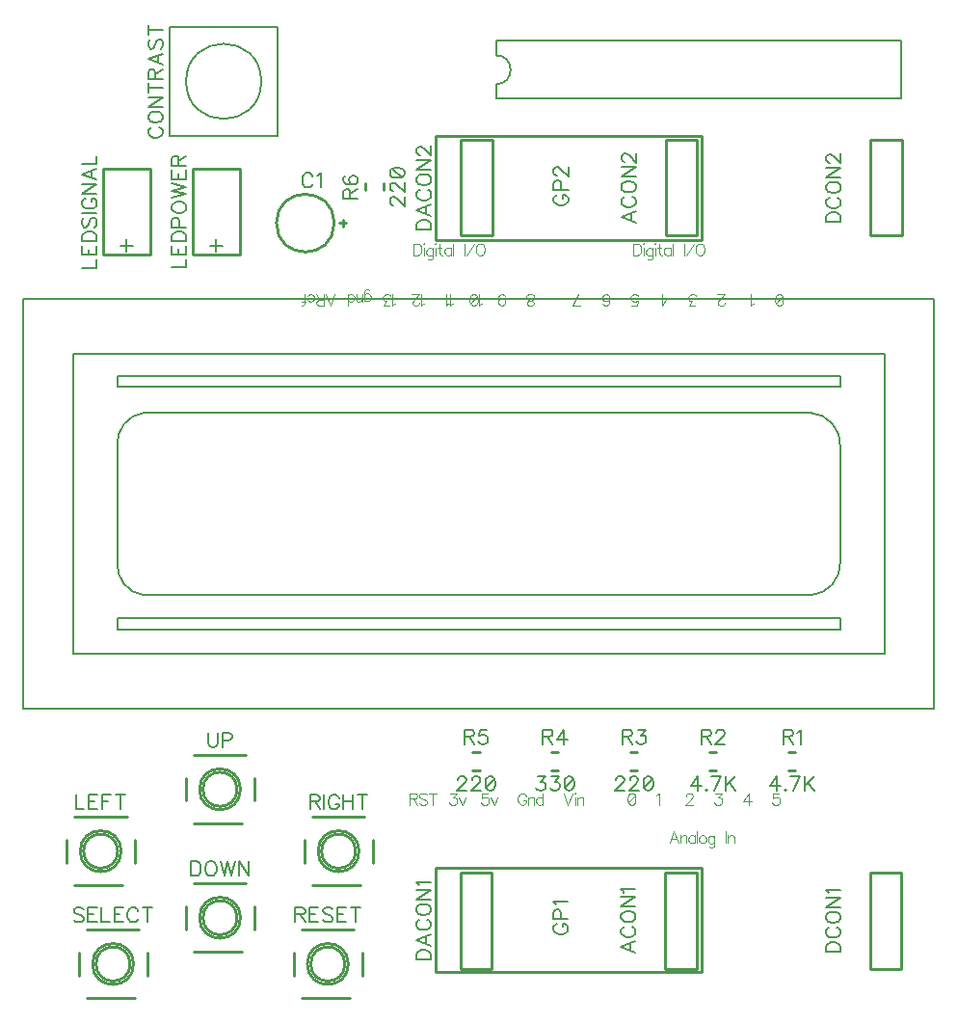
<source format=gbr>
G04 DipTrace 3.3.1.3*
G04 TopSilk.gbr*
%MOIN*%
G04 #@! TF.FileFunction,Legend,Top*
G04 #@! TF.Part,Single*
%ADD10C,0.009843*%
%ADD16C,0.01*%
%ADD24C,0.006*%
%ADD26C,0.005*%
%ADD58C,0.00772*%
%ADD60C,0.003281*%
%FSLAX26Y26*%
G04*
G70*
G90*
G75*
G01*
G04 TopSilk*
%LPD*%
X2647086Y887165D2*
D10*
X2538818D1*
Y556456D1*
X2647086D1*
Y887165D1*
X2648424Y3420944D2*
X2540157D1*
Y3090235D1*
X2648424D1*
Y3420944D1*
X1423581Y3145520D2*
Y3121880D1*
X1435400Y3133700D2*
X1411787D1*
X1193706D2*
G02X1193706Y3133700I99965J0D01*
G01*
X1938818Y887165D2*
X1830550D1*
Y556456D1*
X1938818D1*
Y887165D1*
X1940157Y3420944D2*
X1831889D1*
Y3090235D1*
X1940157D1*
Y3420944D1*
X3355354Y887165D2*
X3247086D1*
Y556456D1*
X3355354D1*
Y887165D1*
X3356692Y3420944D2*
X3248424D1*
Y3090235D1*
X3356692D1*
Y3420944D1*
X904960Y3025275D2*
X1066377D1*
Y3320550D1*
X904960D1*
Y3025275D1*
X594960D2*
X756377D1*
Y3320550D1*
X594960D1*
Y3025275D1*
X2965385Y1242235D2*
X2988944D1*
X2965385Y1305165D2*
X2988944D1*
X2692157Y1242235D2*
X2715716D1*
X2692157Y1305165D2*
X2715716D1*
X2418928Y1242235D2*
X2442487D1*
X2418928Y1305165D2*
X2442487D1*
X2145700Y1242235D2*
X2169259D1*
X2145700Y1305165D2*
X2169259D1*
X1872472Y1242235D2*
X1896031D1*
X1872472Y1305165D2*
X1896031D1*
X1502235Y3270361D2*
Y3246802D1*
X1565165Y3270361D2*
Y3246802D1*
X1953700Y3613702D2*
D24*
Y3563704D1*
Y3713698D2*
G02X1953700Y3613702I-18J-49998D01*
G01*
X3353700Y3563704D2*
Y3763696D1*
X1953700D2*
Y3713698D1*
Y3763696D2*
X3353700D1*
X1958740Y3563704D2*
X3353700D1*
X319054Y1455275D2*
D26*
X3468661D1*
Y2872598D1*
X319054D1*
Y1455275D1*
X490393Y2681684D2*
X3297322D1*
Y1646188D1*
X490393D1*
Y2681684D1*
X643779Y2606283D2*
X3143936D1*
Y2566881D1*
X643779D1*
Y2606283D1*
Y1728960D2*
X3143936D1*
Y1768220D1*
X643779D1*
Y1728960D1*
X737007Y2478157D2*
G03X643779Y2360094I12112J-105405D01*
G01*
Y1965086D1*
G03X737007Y1847023I105575J-12473D01*
G01*
X3040314D1*
G03X3143936Y1965086I-7282J110897D01*
G01*
Y2360094D1*
G03X3040314Y2478157I-110904J7166D01*
G01*
X737007D1*
X1198700Y3436200D2*
Y3811200D1*
X823700D1*
Y3436200D1*
X1198700D1*
X881188Y3623700D2*
G02X881188Y3623700I130012J0D01*
G01*
X514885Y962283D2*
D10*
G02X514885Y962283I70862J0D01*
G01*
X676302Y1080400D2*
X495192D1*
X467622Y1001680D2*
Y922910D1*
X495192Y844165D2*
X660548D1*
X703872Y922910D2*
Y1001680D1*
X526701Y962295D2*
G02X526701Y962295I59046J0D01*
G01*
X1337720Y962283D2*
G02X1337720Y962283I70862J0D01*
G01*
X1499137Y1080400D2*
X1318027D1*
X1290457Y1001680D2*
Y922910D1*
X1318027Y844165D2*
X1483383D1*
X1526707Y922910D2*
Y1001680D1*
X1349535Y962295D2*
G02X1349535Y962295I59046J0D01*
G01*
X927720Y1176377D2*
G02X927720Y1176377I70862J0D01*
G01*
X1089137Y1294494D2*
X908027D1*
X880457Y1215774D2*
Y1137005D1*
X908027Y1058260D2*
X1073383D1*
X1116707Y1137005D2*
Y1215774D1*
X939535Y1176389D2*
G02X939535Y1176389I59046J0D01*
G01*
X927720Y732283D2*
G02X927720Y732283I70862J0D01*
G01*
X1089137Y850400D2*
X908027D1*
X880457Y771680D2*
Y692910D1*
X908027Y614165D2*
X1073383D1*
X1116707Y692910D2*
Y771680D1*
X939535Y732295D2*
G02X939535Y732295I59046J0D01*
G01*
X557720Y572283D2*
G02X557720Y572283I70862J0D01*
G01*
X719137Y690400D2*
X538027D1*
X510457Y611680D2*
Y532910D1*
X538027Y454165D2*
X703383D1*
X746707Y532910D2*
Y611680D1*
X569535Y572295D2*
G02X569535Y572295I59046J0D01*
G01*
X1300554Y572283D2*
G02X1300554Y572283I70862J0D01*
G01*
X1461972Y690400D2*
X1280861D1*
X1253291Y611680D2*
Y532910D1*
X1280861Y454165D2*
X1446217D1*
X1489542Y532910D2*
Y611680D1*
X1312370Y572295D2*
G02X1312370Y572295I59046J0D01*
G01*
X1743700Y3433700D2*
D16*
X2663700D1*
Y3073700D1*
X1743700D1*
Y3433700D1*
Y903700D2*
X2663700D1*
Y543700D1*
X1743700D1*
Y903700D1*
X2435835Y650281D2*
D58*
X2385595Y631103D1*
X2435835Y611979D1*
X2419088Y619164D2*
Y643096D1*
X2397533Y701590D2*
X2392780Y699214D1*
X2387972Y694405D1*
X2385595Y689652D1*
Y680090D1*
X2387972Y675282D1*
X2392780Y670529D1*
X2397533Y668097D1*
X2404718Y665720D1*
X2416712D1*
X2423842Y668097D1*
X2428650Y670529D1*
X2433403Y675282D1*
X2435835Y680090D1*
Y689652D1*
X2433403Y694405D1*
X2428650Y699214D1*
X2423842Y701590D1*
X2385595Y731400D2*
X2387972Y726591D1*
X2392780Y721838D1*
X2397533Y719406D1*
X2404718Y717029D1*
X2416712D1*
X2423842Y719406D1*
X2428650Y721838D1*
X2433403Y726591D1*
X2435835Y731400D1*
Y740961D1*
X2433403Y745714D1*
X2428650Y750523D1*
X2423842Y752899D1*
X2416712Y755276D1*
X2404718D1*
X2397533Y752899D1*
X2392780Y750523D1*
X2387972Y745714D1*
X2385595Y740961D1*
Y731400D1*
Y804209D2*
X2435835D1*
X2385595Y770715D1*
X2435835D1*
X2395212Y819648D2*
X2392780Y824456D1*
X2385650Y831641D1*
X2435835D1*
X2437174Y3173311D2*
X2386934Y3154132D1*
X2437174Y3135009D1*
X2420427Y3142194D2*
Y3166126D1*
X2398872Y3224620D2*
X2394119Y3222243D1*
X2389310Y3217435D1*
X2386934Y3212682D1*
Y3203120D1*
X2389310Y3198312D1*
X2394119Y3193558D1*
X2398872Y3191127D1*
X2406057Y3188750D1*
X2418050D1*
X2425180Y3191126D1*
X2429989Y3193558D1*
X2434742Y3198311D1*
X2437174Y3203120D1*
Y3212682D1*
X2434742Y3217435D1*
X2429989Y3222243D1*
X2425180Y3224620D1*
X2386934Y3254429D2*
X2389310Y3249621D1*
X2394119Y3244868D1*
X2398872Y3242436D1*
X2406057Y3240059D1*
X2418050D1*
X2425180Y3242436D1*
X2429989Y3244867D1*
X2434742Y3249621D1*
X2437174Y3254429D1*
Y3263991D1*
X2434742Y3268744D1*
X2429989Y3273552D1*
X2425180Y3275929D1*
X2418050Y3278306D1*
X2406057D1*
X2398872Y3275929D1*
X2394119Y3273552D1*
X2389310Y3268744D1*
X2386934Y3263991D1*
Y3254429D1*
Y3327238D2*
X2437174D1*
X2386934Y3293745D1*
X2437174D1*
X2398927Y3345109D2*
X2396551D1*
X2391742Y3347486D1*
X2389366Y3349862D1*
X2386989Y3354671D1*
Y3364233D1*
X2389366Y3368986D1*
X2391742Y3371362D1*
X2396551Y3373794D1*
X2401304D1*
X2406112Y3371362D1*
X2413242Y3366609D1*
X2437174Y3342677D1*
Y3376171D1*
X1318772Y3294985D2*
X1316395Y3299738D1*
X1311587Y3304546D1*
X1306833Y3306923D1*
X1297272D1*
X1292463Y3304546D1*
X1287710Y3299738D1*
X1285278Y3294985D1*
X1282902Y3287800D1*
Y3275806D1*
X1285278Y3268677D1*
X1287710Y3263868D1*
X1292463Y3259115D1*
X1297272Y3256683D1*
X1306833D1*
X1311587Y3259115D1*
X1316395Y3263868D1*
X1318772Y3268677D1*
X1334211Y3297306D2*
X1339019Y3299738D1*
X1346204Y3306868D1*
Y3256683D1*
X1677327Y587513D2*
X1727567D1*
Y604260D1*
X1725136Y611445D1*
X1720382Y616253D1*
X1715574Y618630D1*
X1708444Y621006D1*
X1696451D1*
X1689266Y618630D1*
X1684512Y616253D1*
X1679704Y611445D1*
X1677327Y604260D1*
Y587513D1*
X1727567Y674747D2*
X1677327Y655569D1*
X1727567Y636446D1*
X1710821Y643631D2*
Y667562D1*
X1689266Y726056D2*
X1684512Y723680D1*
X1679704Y718871D1*
X1677327Y714118D1*
Y704557D1*
X1679704Y699748D1*
X1684512Y694995D1*
X1689266Y692563D1*
X1696451Y690187D1*
X1708444D1*
X1715574Y692563D1*
X1720382Y694995D1*
X1725135Y699748D1*
X1727567Y704557D1*
Y714118D1*
X1725135Y718871D1*
X1720382Y723680D1*
X1715574Y726056D1*
X1677327Y755866D2*
X1679704Y751057D1*
X1684512Y746304D1*
X1689266Y743872D1*
X1696451Y741496D1*
X1708444D1*
X1715574Y743872D1*
X1720382Y746304D1*
X1725135Y751057D1*
X1727567Y755866D1*
Y765427D1*
X1725135Y770181D1*
X1720382Y774989D1*
X1715574Y777366D1*
X1708444Y779742D1*
X1696451D1*
X1689266Y777366D1*
X1684512Y774989D1*
X1679704Y770181D1*
X1677327Y765427D1*
Y755866D1*
Y828675D2*
X1727567D1*
X1677327Y795181D1*
X1727567D1*
X1686944Y844114D2*
X1684512Y848923D1*
X1677383Y856108D1*
X1727567D1*
X1678666Y3110543D2*
X1728906D1*
Y3127289D1*
X1726474Y3134474D1*
X1721721Y3139283D1*
X1716912Y3141659D1*
X1709783Y3144036D1*
X1697789D1*
X1690604Y3141659D1*
X1685851Y3139283D1*
X1681043Y3134474D1*
X1678666Y3127289D1*
Y3110543D1*
X1728906Y3197777D2*
X1678666Y3178598D1*
X1728906Y3159475D1*
X1712159Y3166660D2*
Y3190592D1*
X1690604Y3249086D2*
X1685851Y3246710D1*
X1681043Y3241901D1*
X1678666Y3237148D1*
Y3227586D1*
X1681043Y3222778D1*
X1685851Y3218025D1*
X1690604Y3215593D1*
X1697789Y3213216D1*
X1709783D1*
X1716912Y3215593D1*
X1721721Y3218025D1*
X1726474Y3222778D1*
X1728906Y3227586D1*
Y3237148D1*
X1726474Y3241901D1*
X1721721Y3246709D1*
X1716912Y3249086D1*
X1678666Y3278895D2*
X1681043Y3274087D1*
X1685851Y3269334D1*
X1690604Y3266902D1*
X1697789Y3264525D1*
X1709783D1*
X1716912Y3266902D1*
X1721721Y3269334D1*
X1726474Y3274087D1*
X1728906Y3278895D1*
Y3288457D1*
X1726474Y3293210D1*
X1721721Y3298019D1*
X1716912Y3300395D1*
X1709783Y3302772D1*
X1697789D1*
X1690604Y3300395D1*
X1685851Y3298019D1*
X1681043Y3293210D1*
X1678666Y3288457D1*
Y3278895D1*
Y3351704D2*
X1728906D1*
X1678666Y3318211D1*
X1728906D1*
X1690659Y3369576D2*
X1688283D1*
X1683474Y3371952D1*
X1681098Y3374329D1*
X1678721Y3379137D1*
Y3388699D1*
X1681098Y3393452D1*
X1683474Y3395829D1*
X1688283Y3398260D1*
X1693036D1*
X1697844Y3395829D1*
X1704974Y3391075D1*
X1728906Y3367144D1*
Y3400637D1*
X3093863Y614384D2*
X3144103D1*
Y631130D1*
X3141671Y638315D1*
X3136918Y643124D1*
X3132109Y645500D1*
X3124980Y647877D1*
X3112986D1*
X3105801Y645500D1*
X3101048Y643124D1*
X3096239Y638315D1*
X3093863Y631130D1*
Y614384D1*
X3105801Y699186D2*
X3101048Y696809D1*
X3096239Y692001D1*
X3093863Y687248D1*
Y677686D1*
X3096239Y672878D1*
X3101048Y668125D1*
X3105801Y665693D1*
X3112986Y663316D1*
X3124980D1*
X3132109Y665693D1*
X3136918Y668124D1*
X3141671Y672878D1*
X3144103Y677686D1*
Y687248D1*
X3141671Y692001D1*
X3136918Y696809D1*
X3132109Y699186D1*
X3093863Y728995D2*
X3096239Y724187D1*
X3101048Y719434D1*
X3105801Y717002D1*
X3112986Y714625D1*
X3124980D1*
X3132109Y717002D1*
X3136918Y719434D1*
X3141671Y724187D1*
X3144103Y728995D1*
Y738557D1*
X3141671Y743310D1*
X3136918Y748119D1*
X3132109Y750495D1*
X3124980Y752872D1*
X3112986D1*
X3105801Y750495D1*
X3101048Y748119D1*
X3096239Y743310D1*
X3093863Y738557D1*
Y728995D1*
Y801804D2*
X3144103D1*
X3093863Y768311D1*
X3144103D1*
X3103480Y817244D2*
X3101048Y822052D1*
X3093918Y829237D1*
X3144103D1*
X3095201Y3137413D2*
X3145441D1*
Y3154160D1*
X3143010Y3161345D1*
X3138256Y3166153D1*
X3133448Y3168530D1*
X3126318Y3170906D1*
X3114325D1*
X3107140Y3168530D1*
X3102386Y3166153D1*
X3097578Y3161345D1*
X3095201Y3154160D1*
Y3137413D1*
X3107140Y3222216D2*
X3102386Y3219839D1*
X3097578Y3215031D1*
X3095201Y3210277D1*
Y3200716D1*
X3097578Y3195907D1*
X3102386Y3191154D1*
X3107140Y3188722D1*
X3114325Y3186346D1*
X3126318D1*
X3133448Y3188722D1*
X3138256Y3191154D1*
X3143010Y3195907D1*
X3145441Y3200716D1*
Y3210277D1*
X3143010Y3215031D1*
X3138256Y3219839D1*
X3133448Y3222216D1*
X3095201Y3252025D2*
X3097578Y3247216D1*
X3102386Y3242463D1*
X3107140Y3240031D1*
X3114325Y3237655D1*
X3126318D1*
X3133448Y3240031D1*
X3138256Y3242463D1*
X3143010Y3247216D1*
X3145441Y3252025D1*
Y3261587D1*
X3143010Y3266340D1*
X3138256Y3271148D1*
X3133448Y3273525D1*
X3126318Y3275901D1*
X3114325D1*
X3107140Y3273525D1*
X3102386Y3271148D1*
X3097578Y3266340D1*
X3095201Y3261587D1*
Y3252025D1*
Y3324834D2*
X3145441D1*
X3095201Y3291341D1*
X3145441D1*
X3107195Y3342705D2*
X3104818D1*
X3100010Y3345082D1*
X3097633Y3347458D1*
X3095257Y3352267D1*
Y3361828D1*
X3097633Y3366581D1*
X3100010Y3368958D1*
X3104818Y3371390D1*
X3109571D1*
X3114380Y3368958D1*
X3121510Y3364205D1*
X3145441Y3340273D1*
Y3373766D1*
X831737Y2980176D2*
X881977D1*
Y3008861D1*
X831737Y3055362D2*
Y3024301D1*
X881977Y3024300D1*
Y3055362D1*
X855669Y3024301D2*
Y3043424D1*
X831737Y3070801D2*
X881977D1*
Y3087548D1*
X879545Y3094733D1*
X874792Y3099541D1*
X869983Y3101918D1*
X862854Y3104295D1*
X850860D1*
X843675Y3101918D1*
X838922Y3099541D1*
X834113Y3094733D1*
X831737Y3087548D1*
Y3070801D1*
X858045Y3119734D2*
Y3141289D1*
X855669Y3148419D1*
X853237Y3150851D1*
X848483Y3153227D1*
X841298D1*
X836545Y3150851D1*
X834113Y3148419D1*
X831737Y3141289D1*
Y3119734D1*
X881977D1*
X831737Y3183036D2*
X834113Y3178228D1*
X838922Y3173475D1*
X843675Y3171043D1*
X850860Y3168666D1*
X862854D1*
X869983Y3171043D1*
X874792Y3173475D1*
X879545Y3178228D1*
X881977Y3183036D1*
Y3192598D1*
X879545Y3197351D1*
X874792Y3202160D1*
X869983Y3204536D1*
X862854Y3206913D1*
X850860D1*
X843675Y3204536D1*
X838922Y3202160D1*
X834113Y3197351D1*
X831737Y3192598D1*
Y3183036D1*
Y3222352D2*
X881977Y3234346D1*
X831737Y3246284D1*
X881977Y3258222D1*
X831737Y3270216D1*
Y3316716D2*
Y3285655D1*
X881977D1*
Y3316716D1*
X855668Y3285655D2*
Y3304778D1*
Y3332156D2*
Y3353655D1*
X853237Y3360840D1*
X850860Y3363272D1*
X846107Y3365649D1*
X841298D1*
X836545Y3363272D1*
X834113Y3360840D1*
X831737Y3353655D1*
Y3332156D1*
X881977D1*
X855668Y3348902D2*
X881977Y3365649D1*
X521737Y2979614D2*
X571977D1*
Y3008299D1*
X521737Y3054800D2*
Y3023738D1*
X571977D1*
Y3054800D1*
X545669Y3023738D2*
Y3042862D1*
X521737Y3070239D2*
X571977D1*
Y3086986D1*
X569545Y3094171D1*
X564792Y3098979D1*
X559983Y3101356D1*
X552854Y3103732D1*
X540860D1*
X533675Y3101356D1*
X528922Y3098979D1*
X524113Y3094171D1*
X521737Y3086986D1*
Y3070239D1*
X528922Y3152665D2*
X524113Y3147912D1*
X521737Y3140727D1*
Y3131165D1*
X524113Y3123980D1*
X528922Y3119172D1*
X533675D1*
X538483Y3121603D1*
X540860Y3123980D1*
X543237Y3128733D1*
X548045Y3143103D1*
X550422Y3147912D1*
X552854Y3150288D1*
X557607Y3152665D1*
X564792D1*
X569545Y3147912D1*
X571977Y3140727D1*
Y3131165D1*
X569545Y3123980D1*
X564792Y3119172D1*
X521737Y3168104D2*
X571977D1*
X533675Y3219413D2*
X528922Y3217037D1*
X524113Y3212228D1*
X521737Y3207475D1*
Y3197913D1*
X524113Y3193105D1*
X528922Y3188352D1*
X533675Y3185920D1*
X540860Y3183543D1*
X552854D1*
X559983Y3185920D1*
X564792Y3188352D1*
X569545Y3193105D1*
X571977Y3197913D1*
Y3207475D1*
X569545Y3212228D1*
X564792Y3217037D1*
X559983Y3219413D1*
X552854D1*
Y3207475D1*
X521737Y3268346D2*
X571977D1*
X521737Y3234853D1*
X571977D1*
Y3322087D2*
X521737Y3302908D1*
X571977Y3283785D1*
X555230Y3290970D2*
Y3314902D1*
X521737Y3337526D2*
X571977D1*
Y3366211D1*
X2946702Y1358424D2*
X2968201D1*
X2975386Y1360856D1*
X2977818Y1363233D1*
X2980195Y1367986D1*
Y1372795D1*
X2977818Y1377548D1*
X2975386Y1379980D1*
X2968201Y1382356D1*
X2946702D1*
Y1332116D1*
X2963448Y1358424D2*
X2980195Y1332116D1*
X2995634Y1372739D2*
X3000443Y1375171D1*
X3007628Y1382301D1*
Y1332116D1*
X2924105Y1171068D2*
Y1221253D1*
X2900173Y1187815D1*
X2936043D1*
X2953859Y1175877D2*
X2951482Y1173445D1*
X2953859Y1171068D1*
X2956291Y1173445D1*
X2953859Y1175877D1*
X2981292Y1171068D2*
X3005223Y1221253D1*
X2971730D1*
X3020663Y1221308D2*
Y1171068D1*
X3054156Y1221308D2*
X3020663Y1187815D1*
X3032601Y1199808D2*
X3054156Y1171068D1*
X2662723Y1358424D2*
X2684223D1*
X2691408Y1360856D1*
X2693840Y1363233D1*
X2696217Y1367986D1*
Y1372795D1*
X2693840Y1377548D1*
X2691408Y1379980D1*
X2684223Y1382356D1*
X2662723D1*
Y1332116D1*
X2679470Y1358424D2*
X2696217Y1332116D1*
X2714088Y1370363D2*
Y1372739D1*
X2716464Y1377548D1*
X2718841Y1379924D1*
X2723649Y1382301D1*
X2733211D1*
X2737964Y1379924D1*
X2740341Y1377548D1*
X2742773Y1372739D1*
Y1367986D1*
X2740341Y1363178D1*
X2735588Y1356048D1*
X2711656Y1332116D1*
X2745149D1*
X2650877Y1171068D2*
Y1221253D1*
X2626945Y1187815D1*
X2662815D1*
X2680631Y1175877D2*
X2678254Y1173445D1*
X2680631Y1171068D1*
X2683062Y1173445D1*
X2680631Y1175877D1*
X2708063Y1171068D2*
X2731995Y1221253D1*
X2698502D1*
X2747434Y1221308D2*
Y1171068D1*
X2780928Y1221308D2*
X2747434Y1187815D1*
X2759372Y1199808D2*
X2780928Y1171068D1*
X2389495Y1358424D2*
X2410995D1*
X2418180Y1360856D1*
X2420612Y1363233D1*
X2422988Y1367986D1*
Y1372795D1*
X2420612Y1377548D1*
X2418180Y1379980D1*
X2410995Y1382356D1*
X2389495D1*
Y1332116D1*
X2406242Y1358424D2*
X2422988Y1332116D1*
X2443236Y1382301D2*
X2469489D1*
X2455174Y1363178D1*
X2462359D1*
X2467112Y1360801D1*
X2469489Y1358424D1*
X2471921Y1351239D1*
Y1346486D1*
X2469489Y1339301D1*
X2464736Y1334493D1*
X2457551Y1332116D1*
X2450366D1*
X2443236Y1334493D1*
X2440859Y1336925D1*
X2438427Y1341678D1*
X2367460Y1209315D2*
Y1211691D1*
X2369837Y1216500D1*
X2372214Y1218876D1*
X2377022Y1221253D1*
X2386584D1*
X2391337Y1218876D1*
X2393714Y1216500D1*
X2396145Y1211691D1*
Y1206938D1*
X2393714Y1202130D1*
X2388960Y1195000D1*
X2365029Y1171068D1*
X2398522D1*
X2416393Y1209315D2*
Y1211691D1*
X2418770Y1216500D1*
X2421146Y1218876D1*
X2425955Y1221253D1*
X2435516D1*
X2440270Y1218876D1*
X2442646Y1216500D1*
X2445078Y1211691D1*
Y1206938D1*
X2442646Y1202130D1*
X2437893Y1195000D1*
X2413961Y1171068D1*
X2447455D1*
X2477264Y1221253D2*
X2470079Y1218876D1*
X2465270Y1211691D1*
X2462894Y1199753D1*
Y1192568D1*
X2465270Y1180630D1*
X2470079Y1173445D1*
X2477264Y1171068D1*
X2482017D1*
X2489202Y1173445D1*
X2493955Y1180630D1*
X2496387Y1192568D1*
Y1199753D1*
X2493955Y1211691D1*
X2489202Y1218876D1*
X2482017Y1221253D1*
X2477264D1*
X2493955Y1211691D2*
X2465270Y1180630D1*
X2115078Y1358424D2*
X2136578D1*
X2143763Y1360856D1*
X2146195Y1363233D1*
X2148572Y1367986D1*
Y1372795D1*
X2146195Y1377548D1*
X2143763Y1379980D1*
X2136578Y1382356D1*
X2115078D1*
Y1332116D1*
X2131825Y1358424D2*
X2148572Y1332116D1*
X2187943D2*
Y1382301D1*
X2164011Y1348863D1*
X2199881D1*
X2096609Y1221253D2*
X2122862D1*
X2108547Y1202130D1*
X2115732D1*
X2120485Y1199753D1*
X2122862Y1197377D1*
X2125294Y1190191D1*
Y1185438D1*
X2122862Y1178253D1*
X2118109Y1173445D1*
X2110924Y1171068D1*
X2103738D1*
X2096609Y1173445D1*
X2094232Y1175877D1*
X2091800Y1180630D1*
X2145541Y1221253D2*
X2171794D1*
X2157480Y1202130D1*
X2164665D1*
X2169418Y1199753D1*
X2171794Y1197377D1*
X2174226Y1190191D1*
Y1185438D1*
X2171794Y1178253D1*
X2167041Y1173445D1*
X2159856Y1171068D1*
X2152671D1*
X2145541Y1173445D1*
X2143165Y1175877D1*
X2140733Y1180630D1*
X2204036Y1221253D2*
X2196850Y1218876D1*
X2192042Y1211691D1*
X2189665Y1199753D1*
Y1192568D1*
X2192042Y1180630D1*
X2196850Y1173445D1*
X2204036Y1171068D1*
X2208789D1*
X2215974Y1173445D1*
X2220727Y1180630D1*
X2223159Y1192568D1*
Y1199753D1*
X2220727Y1211691D1*
X2215974Y1218876D1*
X2208789Y1221253D1*
X2204036D1*
X2220727Y1211691D2*
X2192042Y1180630D1*
X1843038Y1358424D2*
X1864538D1*
X1871723Y1360856D1*
X1874155Y1363233D1*
X1876532Y1367986D1*
Y1372795D1*
X1874155Y1377548D1*
X1871723Y1379980D1*
X1864538Y1382356D1*
X1843038D1*
Y1332116D1*
X1859785Y1358424D2*
X1876532Y1332116D1*
X1920656Y1382301D2*
X1896779D1*
X1894403Y1360801D1*
X1896779Y1363178D1*
X1903964Y1365609D1*
X1911094D1*
X1918279Y1363178D1*
X1923088Y1358424D1*
X1925464Y1351239D1*
Y1346486D1*
X1923088Y1339301D1*
X1918279Y1334493D1*
X1911094Y1332116D1*
X1903964D1*
X1896779Y1334493D1*
X1894403Y1336925D1*
X1891971Y1341678D1*
X1821004Y1209315D2*
Y1211691D1*
X1823380Y1216500D1*
X1825757Y1218876D1*
X1830565Y1221253D1*
X1840127D1*
X1844880Y1218876D1*
X1847257Y1216500D1*
X1849689Y1211691D1*
Y1206938D1*
X1847257Y1202130D1*
X1842504Y1195000D1*
X1818572Y1171068D1*
X1852065D1*
X1869936Y1209315D2*
Y1211691D1*
X1872313Y1216500D1*
X1874690Y1218876D1*
X1879498Y1221253D1*
X1889060D1*
X1893813Y1218876D1*
X1896189Y1216500D1*
X1898621Y1211691D1*
Y1206938D1*
X1896189Y1202130D1*
X1891436Y1195000D1*
X1867505Y1171068D1*
X1900998D1*
X1930807Y1221253D2*
X1923622Y1218876D1*
X1918814Y1211691D1*
X1916437Y1199753D1*
Y1192568D1*
X1918814Y1180630D1*
X1923622Y1173445D1*
X1930807Y1171068D1*
X1935560D1*
X1942745Y1173445D1*
X1947499Y1180630D1*
X1949930Y1192568D1*
Y1199753D1*
X1947499Y1211691D1*
X1942745Y1218876D1*
X1935560Y1221253D1*
X1930807D1*
X1947499Y1211691D2*
X1918814Y1180630D1*
X1448976Y3218585D2*
Y3240085D1*
X1446544Y3247270D1*
X1444167Y3249702D1*
X1439414Y3252078D1*
X1434606D1*
X1429852Y3249702D1*
X1427420Y3247270D1*
X1425044Y3240085D1*
Y3218585D1*
X1475284D1*
X1448976Y3235332D2*
X1475284Y3252078D1*
X1432229Y3296202D2*
X1427476Y3293826D1*
X1425099Y3286641D1*
Y3281888D1*
X1427476Y3274703D1*
X1434661Y3269894D1*
X1446599Y3267518D1*
X1458537Y3267517D1*
X1468099Y3269894D1*
X1472907Y3274702D1*
X1475284Y3281888D1*
Y3284264D1*
X1472907Y3291394D1*
X1468099Y3296202D1*
X1460914Y3298579D1*
X1458537D1*
X1451352Y3296202D1*
X1446599Y3291394D1*
X1444222Y3284264D1*
Y3281888D1*
X1446599Y3274703D1*
X1451352Y3269894D1*
X1458537Y3267517D1*
X1598085Y3195335D2*
X1595709D1*
X1590900Y3197711D1*
X1588524Y3200088D1*
X1586147Y3204896D1*
Y3214458D1*
X1588524Y3219211D1*
X1590900Y3221588D1*
X1595709Y3224019D1*
X1600462D1*
X1605270Y3221588D1*
X1612400Y3216834D1*
X1636332Y3192903D1*
Y3226396D1*
X1598085Y3244267D2*
X1595709D1*
X1590900Y3246644D1*
X1588524Y3249020D1*
X1586147Y3253829D1*
Y3263390D1*
X1588524Y3268144D1*
X1590900Y3270520D1*
X1595709Y3272952D1*
X1600462D1*
X1605270Y3270520D1*
X1612400Y3265767D1*
X1636332Y3241835D1*
Y3275329D1*
X1586147Y3305138D2*
X1588524Y3297953D1*
X1595709Y3293144D1*
X1607647Y3290768D1*
X1614832D1*
X1626770Y3293144D1*
X1633955Y3297953D1*
X1636332Y3305138D1*
Y3309891D1*
X1633955Y3317076D1*
X1626770Y3321829D1*
X1614832Y3324261D1*
X1607647D1*
X1595709Y3321829D1*
X1588524Y3317076D1*
X1586147Y3309891D1*
Y3305138D1*
X1595709Y3321829D2*
X1626770Y3293144D1*
X762415Y3465590D2*
X757662Y3463214D1*
X752854Y3458405D1*
X750477Y3453652D1*
Y3444090D1*
X752854Y3439282D1*
X757662Y3434529D1*
X762415Y3432097D1*
X769600Y3429720D1*
X781594D1*
X788723Y3432097D1*
X793532Y3434529D1*
X798285Y3439282D1*
X800717Y3444090D1*
Y3453652D1*
X798285Y3458405D1*
X793532Y3463214D1*
X788724Y3465590D1*
X750477Y3495399D2*
X752854Y3490591D1*
X757662Y3485838D1*
X762415Y3483406D1*
X769600Y3481029D1*
X781594D1*
X788723Y3483406D1*
X793532Y3485838D1*
X798285Y3490591D1*
X800717Y3495399D1*
Y3504961D1*
X798285Y3509714D1*
X793532Y3514523D1*
X788723Y3516899D1*
X781594Y3519276D1*
X769600D1*
X762415Y3516899D1*
X757662Y3514523D1*
X752854Y3509714D1*
X750477Y3504961D1*
Y3495399D1*
Y3568208D2*
X800717D1*
X750477Y3534715D1*
X800717D1*
X750477Y3600394D2*
X800717D1*
X750477Y3583648D2*
Y3617141D1*
X774409Y3632580D2*
Y3654080D1*
X771977Y3661265D1*
X769600Y3663697D1*
X764847Y3666074D1*
X760039D1*
X755285Y3663697D1*
X752854Y3661265D1*
X750477Y3654080D1*
Y3632580D1*
X800717D1*
X774409Y3649327D2*
X800717Y3666074D1*
Y3719815D2*
X750477Y3700636D1*
X800717Y3681513D1*
X783970Y3688698D2*
Y3712630D1*
X757662Y3768747D2*
X752854Y3763994D1*
X750477Y3756809D1*
Y3747247D1*
X752854Y3740062D1*
X757662Y3735254D1*
X762415D1*
X767224Y3737686D1*
X769600Y3740062D1*
X771977Y3744816D1*
X776785Y3759186D1*
X779162Y3763994D1*
X781594Y3766371D1*
X786347Y3768747D1*
X793532D1*
X798285Y3763994D1*
X800717Y3756809D1*
Y3747247D1*
X798285Y3740062D1*
X793532Y3735254D1*
X750477Y3800933D2*
X800717D1*
X750477Y3784186D2*
Y3817680D1*
X500410Y1157553D2*
Y1107313D1*
X529095D1*
X575596Y1157553D2*
X544534D1*
Y1107313D1*
X575596D1*
X544534Y1133621D2*
X563658D1*
X622152Y1157553D2*
X591035D1*
Y1107313D1*
Y1133621D2*
X610158D1*
X654338Y1157553D2*
Y1107313D1*
X637591Y1157553D2*
X671084D1*
X1309528Y1133621D2*
X1331028D1*
X1338213Y1136053D1*
X1340645Y1138430D1*
X1343022Y1143183D1*
Y1147991D1*
X1340645Y1152745D1*
X1338213Y1155176D1*
X1331028Y1157553D1*
X1309528D1*
Y1107313D1*
X1326275Y1133621D2*
X1343022Y1107313D1*
X1358461Y1157553D2*
Y1107313D1*
X1409770Y1145615D2*
X1407394Y1150368D1*
X1402585Y1155176D1*
X1397832Y1157553D1*
X1388270D1*
X1383462Y1155176D1*
X1378709Y1150368D1*
X1376277Y1145615D1*
X1373900Y1138430D1*
Y1126436D1*
X1376277Y1119306D1*
X1378709Y1114498D1*
X1383462Y1109745D1*
X1388270Y1107313D1*
X1397832D1*
X1402585Y1109745D1*
X1407394Y1114498D1*
X1409770Y1119306D1*
Y1126436D1*
X1397832D1*
X1425209Y1157553D2*
Y1107313D1*
X1458703Y1157553D2*
Y1107313D1*
X1425209Y1133621D2*
X1458703D1*
X1490889Y1157553D2*
Y1107313D1*
X1474142Y1157553D2*
X1507635D1*
X957369Y1371647D2*
Y1335778D1*
X959746Y1328593D1*
X964554Y1323839D1*
X971739Y1321407D1*
X976492D1*
X983677Y1323839D1*
X988486Y1328593D1*
X990862Y1335778D1*
Y1371647D1*
X1006302Y1345339D2*
X1027857D1*
X1034986Y1347716D1*
X1037418Y1350148D1*
X1039795Y1354901D1*
Y1362086D1*
X1037418Y1366839D1*
X1034986Y1369271D1*
X1027857Y1371647D1*
X1006302D1*
Y1321407D1*
X898875Y927553D2*
Y877313D1*
X915621D1*
X922806Y879745D1*
X927615Y884498D1*
X929991Y889306D1*
X932368Y896436D1*
Y908430D1*
X929991Y915615D1*
X927615Y920368D1*
X922806Y925176D1*
X915621Y927553D1*
X898875D1*
X962177D2*
X957369Y925176D1*
X952616Y920368D1*
X950184Y915615D1*
X947807Y908430D1*
Y896436D1*
X950184Y889306D1*
X952616Y884498D1*
X957369Y879745D1*
X962177Y877313D1*
X971739D1*
X976492Y879745D1*
X981301Y884498D1*
X983677Y889306D1*
X986054Y896436D1*
Y908430D1*
X983677Y915615D1*
X981301Y920368D1*
X976492Y925176D1*
X971739Y927553D1*
X962177D1*
X1001493D2*
X1013487Y877313D1*
X1025425Y927553D1*
X1037363Y877313D1*
X1049356Y927553D1*
X1098289D2*
Y877313D1*
X1064796Y927553D1*
Y877313D1*
X526645Y760368D2*
X521892Y765176D1*
X514707Y767553D1*
X505145D1*
X497960Y765176D1*
X493152Y760368D1*
Y755615D1*
X495583Y750806D1*
X497960Y748430D1*
X502713Y746053D1*
X517083Y741245D1*
X521892Y738868D1*
X524268Y736436D1*
X526645Y731683D1*
Y724498D1*
X521892Y719745D1*
X514707Y717313D1*
X505145D1*
X497960Y719745D1*
X493152Y724498D1*
X573146Y767553D2*
X542084D1*
Y717313D1*
X573146D1*
X542084Y743621D2*
X561207D1*
X588585Y767553D2*
Y717313D1*
X617270D1*
X663770Y767553D2*
X632709D1*
Y717313D1*
X663770D1*
X632709Y743621D2*
X651832D1*
X715080Y755615D2*
X712703Y760368D1*
X707895Y765176D1*
X703141Y767553D1*
X693580D1*
X688771Y765176D1*
X684018Y760368D1*
X681586Y755615D1*
X679210Y748430D1*
Y736436D1*
X681586Y729306D1*
X684018Y724498D1*
X688771Y719745D1*
X693580Y717313D1*
X703141D1*
X707895Y719745D1*
X712703Y724498D1*
X715080Y729306D1*
X747266Y767553D2*
Y717313D1*
X730519Y767553D2*
X764012D1*
X1259237Y743621D2*
X1280736D1*
X1287921Y746053D1*
X1290353Y748430D1*
X1292730Y753183D1*
Y757991D1*
X1290353Y762745D1*
X1287921Y765176D1*
X1280736Y767553D1*
X1259237D1*
Y717313D1*
X1275983Y743621D2*
X1292730Y717313D1*
X1339231Y767553D2*
X1308169D1*
Y717313D1*
X1339231D1*
X1308169Y743621D2*
X1327292D1*
X1388163Y760368D2*
X1383410Y765176D1*
X1376225Y767553D1*
X1366663D1*
X1359478Y765176D1*
X1354670Y760368D1*
Y755615D1*
X1357102Y750806D1*
X1359478Y748430D1*
X1364231Y746053D1*
X1378602Y741245D1*
X1383410Y738868D1*
X1385787Y736436D1*
X1388163Y731683D1*
Y724498D1*
X1383410Y719745D1*
X1376225Y717313D1*
X1366663D1*
X1359478Y719745D1*
X1354670Y724498D1*
X1434664Y767553D2*
X1403602D1*
Y717313D1*
X1434664D1*
X1403602Y743621D2*
X1422726D1*
X1466850Y767553D2*
Y717313D1*
X1450103Y767553D2*
X1483597D1*
X985200Y3076981D2*
Y3033926D1*
X963700Y3055426D2*
X1006755D1*
X675200Y3076981D2*
Y3033926D1*
X653700Y3055426D2*
X696755D1*
X2163624Y712221D2*
X2158871Y709845D1*
X2154062Y705036D1*
X2151685Y700283D1*
Y690722D1*
X2154062Y685913D1*
X2158870Y681160D1*
X2163624Y678728D1*
X2170809Y676351D1*
X2182802D1*
X2189932Y678728D1*
X2194740Y681160D1*
X2199494Y685913D1*
X2201925Y690721D1*
X2201926Y700283D1*
X2199494Y705036D1*
X2194740Y709845D1*
X2189932Y712221D1*
X2182802D1*
Y700283D1*
X2177994Y727661D2*
Y749216D1*
X2175617Y756345D1*
X2173185Y758777D1*
X2168432Y761154D1*
X2161247D1*
X2156494Y758777D1*
X2154062Y756345D1*
X2151685Y749216D1*
Y727661D1*
X2201925Y727660D1*
X2161302Y776593D2*
X2158871Y781402D1*
X2151741Y788587D1*
X2201925D1*
X2164374Y3231471D2*
X2159620Y3229095D1*
X2154812Y3224286D1*
X2152435Y3219533D1*
Y3209972D1*
X2154812Y3205163D1*
X2159620Y3200410D1*
X2164374Y3197978D1*
X2171559Y3195602D1*
X2183552D1*
X2190682Y3197978D1*
X2195490Y3200410D1*
X2200244Y3205163D1*
X2202675Y3209972D1*
Y3219533D1*
X2200244Y3224286D1*
X2195490Y3229095D1*
X2190682Y3231471D1*
X2183552D1*
Y3219533D1*
X2178744Y3246911D2*
Y3268466D1*
X2176367Y3275595D1*
X2173935Y3278027D1*
X2169182Y3280404D1*
X2161997D1*
X2157244Y3278027D1*
X2154812Y3275595D1*
X2152435Y3268466D1*
Y3246911D1*
X2202675D1*
X2164429Y3298275D2*
X2162052D1*
X2157244Y3300652D1*
X2154867Y3303028D1*
X2152491Y3307837D1*
Y3317398D1*
X2154867Y3322151D1*
X2157244Y3324528D1*
X2162052Y3326960D1*
X2166805D1*
X2171614Y3324528D1*
X2178744Y3319775D1*
X2202675Y3295843D1*
Y3329336D1*
X1653325Y1143333D2*
D60*
X1670525D1*
X1676273Y1145279D1*
X1678218Y1147180D1*
X1680119Y1150982D1*
Y1154829D1*
X1678218Y1158632D1*
X1676273Y1160577D1*
X1670525Y1162478D1*
X1653325D1*
Y1122286D1*
X1666722Y1143333D2*
X1680119Y1122286D1*
X1713476Y1156730D2*
X1709673Y1160577D1*
X1703925Y1162478D1*
X1696276D1*
X1690528Y1160577D1*
X1686681Y1156730D1*
Y1152928D1*
X1688627Y1149081D1*
X1690528Y1147180D1*
X1694330Y1145279D1*
X1705826Y1141432D1*
X1709673Y1139531D1*
X1711574Y1137585D1*
X1713476Y1133783D1*
Y1128034D1*
X1709673Y1124232D1*
X1703925Y1122286D1*
X1696276D1*
X1690528Y1124232D1*
X1686681Y1128034D1*
X1733435Y1162478D2*
Y1122286D1*
X1720037Y1162478D2*
X1746832D1*
X1795750Y1162434D2*
X1816753D1*
X1805301Y1147136D1*
X1811049D1*
X1814851Y1145234D1*
X1816753Y1143333D1*
X1818698Y1137585D1*
Y1133783D1*
X1816753Y1128034D1*
X1812950Y1124188D1*
X1807202Y1122286D1*
X1801454D1*
X1795750Y1124188D1*
X1793849Y1126133D1*
X1791903Y1129936D1*
X1825260Y1149081D2*
X1836756Y1122286D1*
X1848208Y1149081D1*
X1924943Y1162434D2*
X1905842D1*
X1903941Y1145234D1*
X1905842Y1147136D1*
X1911590Y1149081D1*
X1917294D1*
X1923042Y1147136D1*
X1926889Y1143333D1*
X1928790Y1137585D1*
Y1133783D1*
X1926889Y1128034D1*
X1923042Y1124188D1*
X1917294Y1122286D1*
X1911590D1*
X1905842Y1124188D1*
X1903941Y1126133D1*
X1901995Y1129936D1*
X1935352Y1149081D2*
X1946848Y1122286D1*
X1958300Y1149081D1*
X2057708Y1152928D2*
X2055806Y1156730D1*
X2051960Y1160577D1*
X2048157Y1162478D1*
X2040508D1*
X2036661Y1160577D1*
X2032859Y1156730D1*
X2030913Y1152928D1*
X2029012Y1147180D1*
Y1137585D1*
X2030913Y1131881D1*
X2032859Y1128034D1*
X2036661Y1124232D1*
X2040508Y1122286D1*
X2048157D1*
X2051960Y1124232D1*
X2055806Y1128034D1*
X2057708Y1131881D1*
Y1137585D1*
X2048157D1*
X2064269Y1149081D2*
Y1122286D1*
Y1141432D2*
X2070017Y1147180D1*
X2073864Y1149081D1*
X2079568D1*
X2083415Y1147180D1*
X2085316Y1141432D1*
Y1122286D1*
X2114826Y1162478D2*
Y1122286D1*
Y1143333D2*
X2111023Y1147180D1*
X2107176Y1149081D1*
X2101428D1*
X2097626Y1147180D1*
X2093779Y1143333D1*
X2091878Y1137585D1*
Y1133783D1*
X2093779Y1128034D1*
X2097626Y1124232D1*
X2101428Y1122286D1*
X2107176D1*
X2111023Y1124232D1*
X2114826Y1128034D1*
X2187028Y1162478D2*
X2202327Y1122286D1*
X2217626Y1162478D1*
X2224187D2*
X2226088Y1160577D1*
X2228034Y1162478D1*
X2226088Y1164424D1*
X2224187Y1162478D1*
X2226088Y1149081D2*
Y1122286D1*
X2234596Y1149081D2*
Y1122286D1*
Y1141432D2*
X2240344Y1147180D1*
X2244190Y1149081D1*
X2249894D1*
X2253741Y1147180D1*
X2255642Y1141432D1*
Y1122286D1*
X2584643Y990550D2*
X2569301Y1030742D1*
X2554002Y990550D1*
X2559750Y1003947D2*
X2578895D1*
X2591205Y1017344D2*
Y990550D1*
Y1009695D2*
X2596953Y1015443D1*
X2600800Y1017344D1*
X2606504D1*
X2610350Y1015443D1*
X2612252Y1009695D1*
Y990550D1*
X2641761Y1017344D2*
Y990550D1*
Y1011596D2*
X2637959Y1015443D1*
X2634112Y1017344D1*
X2628408D1*
X2624561Y1015443D1*
X2620759Y1011596D1*
X2618813Y1005848D1*
Y1002046D1*
X2620759Y996298D1*
X2624561Y992495D1*
X2628408Y990550D1*
X2634112D1*
X2637959Y992495D1*
X2641761Y996298D1*
X2648323Y1030742D2*
Y990550D1*
X2664435Y1017344D2*
X2660633Y1015443D1*
X2656786Y1011596D1*
X2654885Y1005848D1*
Y1002046D1*
X2656786Y996298D1*
X2660633Y992495D1*
X2664435Y990550D1*
X2670183D1*
X2674030Y992495D1*
X2677833Y996298D1*
X2679778Y1002046D1*
Y1005848D1*
X2677833Y1011596D1*
X2674030Y1015443D1*
X2670183Y1017344D1*
X2664435D1*
X2709288Y1015443D2*
Y984802D1*
X2707386Y979098D1*
X2705485Y977152D1*
X2701638Y975251D1*
X2695890D1*
X2692088Y977152D1*
X2709288Y1009695D2*
X2705485Y1013498D1*
X2701638Y1015443D1*
X2695890D1*
X2692088Y1013498D1*
X2688241Y1009695D1*
X2686340Y1003947D1*
Y1000100D1*
X2688241Y994396D1*
X2692088Y990550D1*
X2695890Y988648D1*
X2701638D1*
X2705485Y990550D1*
X2709288Y994396D1*
X2748940Y1030742D2*
Y990550D1*
X2755502Y1017344D2*
Y990550D1*
Y1009695D2*
X2761250Y1015443D1*
X2765097Y1017344D1*
X2770801D1*
X2774647Y1015443D1*
X2776549Y1009695D1*
Y990550D1*
X2420217Y1162434D2*
X2414469Y1160533D1*
X2410622Y1154785D1*
X2408721Y1145234D1*
Y1139486D1*
X2410622Y1129936D1*
X2414469Y1124188D1*
X2420217Y1122286D1*
X2424019D1*
X2429767Y1124188D1*
X2433570Y1129936D1*
X2435515Y1139486D1*
Y1145234D1*
X2433570Y1154785D1*
X2429767Y1160533D1*
X2424019Y1162434D1*
X2420217D1*
X2433570Y1154785D2*
X2410622Y1129936D1*
X2508759Y1154785D2*
X2512605Y1156730D1*
X2518353Y1162434D1*
Y1122286D1*
X2610742Y1152884D2*
Y1154785D1*
X2612643Y1158632D1*
X2614545Y1160533D1*
X2618391Y1162434D1*
X2626041D1*
X2629843Y1160533D1*
X2631744Y1158632D1*
X2633690Y1154785D1*
Y1150982D1*
X2631744Y1147136D1*
X2627942Y1141432D1*
X2608797Y1122286D1*
X2635591D1*
X2712346Y1162434D2*
X2733349D1*
X2721897Y1147136D1*
X2727645D1*
X2731447Y1145234D1*
X2733349Y1143333D1*
X2735294Y1137585D1*
Y1133783D1*
X2733349Y1128034D1*
X2729546Y1124188D1*
X2723798Y1122286D1*
X2718050D1*
X2712346Y1124188D1*
X2710445Y1126133D1*
X2708499Y1129936D1*
X2827850Y1122286D2*
Y1162434D1*
X2808705Y1135684D1*
X2837401D1*
X2931691Y1162434D2*
X2912590D1*
X2910689Y1145234D1*
X2912590Y1147136D1*
X2918338Y1149081D1*
X2924042D1*
X2929790Y1147136D1*
X2933636Y1143333D1*
X2935538Y1137585D1*
Y1133783D1*
X2933636Y1128034D1*
X2929790Y1124188D1*
X2924042Y1122286D1*
X2918338D1*
X2912590Y1124188D1*
X2910689Y1126133D1*
X2908743Y1129936D1*
X1364867Y2888221D2*
X1380210Y2848029D1*
X1395508Y2888221D1*
X1389760Y2874824D2*
X1370615D1*
X1358305Y2867174D2*
X1341105D1*
X1335357Y2865229D1*
X1333412Y2863328D1*
X1331510Y2859525D1*
Y2855678D1*
X1333412Y2851876D1*
X1335357Y2849930D1*
X1341105Y2848029D1*
X1358305D1*
Y2888221D1*
X1344908Y2867174D2*
X1331511Y2888221D1*
X1324949Y2872922D2*
X1302001D1*
Y2869076D1*
X1303902Y2865229D1*
X1305803Y2863328D1*
X1309650Y2861426D1*
X1315398D1*
X1319201Y2863328D1*
X1323048Y2867174D1*
X1324949Y2872922D1*
Y2876725D1*
X1323048Y2882473D1*
X1319201Y2886276D1*
X1315398Y2888221D1*
X1309650D1*
X1305803Y2886276D1*
X1302001Y2882473D1*
X1280141Y2848029D2*
X1283943D1*
X1287790Y2849930D1*
X1289691Y2855678D1*
Y2888221D1*
X1295439Y2861426D2*
X1282042D1*
X1497398Y2863328D2*
Y2893969D1*
X1499300Y2899673D1*
X1501201Y2901618D1*
X1505048Y2903520D1*
X1510796D1*
X1514598Y2901618D1*
X1497398Y2869076D2*
X1501201Y2865273D1*
X1505048Y2863328D1*
X1510796D1*
X1514598Y2865273D1*
X1518445Y2869076D1*
X1520346Y2874824D1*
Y2878670D1*
X1518445Y2884374D1*
X1514598Y2888221D1*
X1510796Y2890122D1*
X1505048D1*
X1501201Y2888221D1*
X1497398Y2884374D1*
X1490837Y2861426D2*
Y2888221D1*
Y2869076D2*
X1485089Y2863328D1*
X1481242Y2861426D1*
X1475538D1*
X1471691Y2863328D1*
X1469790Y2869076D1*
Y2888221D1*
X1440280Y2848029D2*
X1440281Y2888221D1*
Y2867174D2*
X1444083Y2863328D1*
X1447930Y2861426D1*
X1453678D1*
X1457480Y2863328D1*
X1461327Y2867174D1*
X1463228Y2872922D1*
Y2876725D1*
X1461327Y2882473D1*
X1457480Y2886276D1*
X1453678Y2888221D1*
X1447930D1*
X1444083Y2886276D1*
X1440281Y2882473D1*
X1605303Y2855723D2*
X1601456Y2853777D1*
X1595708Y2848073D1*
Y2888221D1*
X1585300Y2848073D2*
X1564298D1*
X1575749Y2863372D1*
X1570001D1*
X1566199Y2865273D1*
X1564298Y2867174D1*
X1562352Y2872922D1*
Y2876725D1*
X1564298Y2882473D1*
X1568100Y2886320D1*
X1573848Y2888221D1*
X1579596D1*
X1585300Y2886320D1*
X1587201Y2884374D1*
X1589147Y2880572D1*
X1705341Y2855723D2*
X1701494Y2853777D1*
X1695746Y2848073D1*
Y2888221D1*
X1687239Y2857624D2*
Y2855723D1*
X1685338Y2851876D1*
X1683437Y2849975D1*
X1679590Y2848073D1*
X1671941D1*
X1668138Y2849975D1*
X1666237Y2851876D1*
X1664291Y2855723D1*
Y2859525D1*
X1666237Y2863372D1*
X1670039Y2869076D1*
X1689185Y2888221D1*
X1662390D1*
X1805547Y2855723D2*
X1801700Y2853777D1*
X1795952Y2848073D1*
Y2888221D1*
X1789390Y2855723D2*
X1785543Y2853777D1*
X1779795Y2848073D1*
X1779796Y2888221D1*
X1905585Y2855723D2*
X1901738Y2853777D1*
X1895990Y2848073D1*
Y2888221D1*
X1877932Y2848073D2*
X1883680Y2849975D1*
X1887527Y2855723D1*
X1889428Y2865273D1*
Y2871021D1*
X1887527Y2880572D1*
X1883680Y2886320D1*
X1877932Y2888221D1*
X1874130D1*
X1868382Y2886320D1*
X1864579Y2880572D1*
X1862634Y2871021D1*
Y2865273D1*
X1864579Y2855723D1*
X1868382Y2849975D1*
X1874130Y2848073D1*
X1877932D1*
X1864579Y2855723D2*
X1887527Y2880572D1*
X1960621Y2861426D2*
X1962567Y2867174D1*
X1966369Y2871021D1*
X1972117Y2872922D1*
X1974019D1*
X1979767Y2871021D1*
X1983569Y2867174D1*
X1985515Y2861426D1*
Y2859525D1*
X1983569Y2853777D1*
X1979767Y2849975D1*
X1974019Y2848073D1*
X1972117D1*
X1966369Y2849975D1*
X1962567Y2853777D1*
X1960621Y2861426D1*
Y2871021D1*
X1962567Y2880572D1*
X1966369Y2886320D1*
X1972117Y2888221D1*
X1975920D1*
X1981668Y2886320D1*
X1983569Y2882473D1*
X2076002Y2848073D2*
X2081706Y2849975D1*
X2083651Y2853777D1*
Y2857624D1*
X2081706Y2861426D1*
X2077903Y2863372D1*
X2070254Y2865273D1*
X2064506Y2867174D1*
X2060703Y2871021D1*
X2058802Y2874824D1*
Y2880572D1*
X2060703Y2884374D1*
X2062605Y2886320D1*
X2068353Y2888221D1*
X2076002D1*
X2081706Y2886320D1*
X2083651Y2884374D1*
X2085553Y2880572D1*
Y2874824D1*
X2083651Y2871021D1*
X2079805Y2867174D1*
X2074101Y2865273D1*
X2066451Y2863372D1*
X2062605Y2861426D1*
X2060703Y2857624D1*
Y2853777D1*
X2062605Y2849975D1*
X2068353Y2848073D1*
X2076002D1*
X2237428Y2888221D2*
X2218283Y2848073D1*
X2245077D1*
X2322335Y2853777D2*
X2324236Y2849975D1*
X2329984Y2848073D1*
X2333787D1*
X2339535Y2849975D1*
X2343381Y2855723D1*
X2345283Y2865273D1*
Y2874824D1*
X2343381Y2882473D1*
X2339535Y2886320D1*
X2333787Y2888221D1*
X2331885D1*
X2326182Y2886320D1*
X2322335Y2882473D1*
X2320434Y2876725D1*
Y2874824D1*
X2322335Y2869076D1*
X2326182Y2865273D1*
X2331885Y2863372D1*
X2333787D1*
X2339535Y2865273D1*
X2343381Y2869076D1*
X2345283Y2874824D1*
X2422540Y2848073D2*
X2441642D1*
X2443543Y2865273D1*
X2441642Y2863372D1*
X2435894Y2861426D1*
X2430190D1*
X2424442Y2863372D1*
X2420595Y2867174D1*
X2418694Y2872923D1*
Y2876725D1*
X2420595Y2882473D1*
X2424442Y2886320D1*
X2430190Y2888221D1*
X2435894D1*
X2441642Y2886320D1*
X2443543Y2884374D1*
X2445488Y2880572D1*
X2526213Y2888221D2*
Y2848073D1*
X2545359Y2874824D1*
X2516663D1*
X2641718Y2848073D2*
X2620715D1*
X2632167Y2863372D1*
X2626419D1*
X2622616Y2865273D1*
X2620715Y2867174D1*
X2618770Y2872923D1*
Y2876725D1*
X2620715Y2882473D1*
X2624518Y2886320D1*
X2630266Y2888221D1*
X2636014D1*
X2641718Y2886320D1*
X2643619Y2884374D1*
X2645564Y2880572D1*
X2743657Y2857624D2*
Y2855723D1*
X2741756Y2851876D1*
X2739854Y2849975D1*
X2736008Y2848073D1*
X2728358D1*
X2724556Y2849975D1*
X2722654Y2851876D1*
X2720709Y2855723D1*
Y2859525D1*
X2722654Y2863372D1*
X2726457Y2869076D1*
X2745602Y2888221D1*
X2718808D1*
X2845305Y2855723D2*
X2841458Y2853777D1*
X2835710Y2848073D1*
Y2888221D1*
X2933847Y2848073D2*
X2939595Y2849975D1*
X2943442Y2855723D1*
X2945343Y2865273D1*
Y2871021D1*
X2943442Y2880572D1*
X2939595Y2886320D1*
X2933847Y2888221D1*
X2930045D1*
X2924297Y2886320D1*
X2920494Y2880572D1*
X2918549Y2871021D1*
Y2865273D1*
X2920494Y2855723D1*
X2924297Y2849975D1*
X2930045Y2848073D1*
X2933847D1*
X2920494Y2855723D2*
X2943442Y2880572D1*
X1668741Y3062471D2*
Y3022279D1*
X1682138D1*
X1687886Y3024224D1*
X1691733Y3028027D1*
X1693634Y3031874D1*
X1695536Y3037577D1*
Y3047172D1*
X1693634Y3052920D1*
X1691733Y3056723D1*
X1687886Y3060570D1*
X1682138Y3062471D1*
X1668741D1*
X1702097D2*
X1703999Y3060570D1*
X1705944Y3062471D1*
X1703999Y3064416D1*
X1702097Y3062471D1*
X1703999Y3049074D2*
Y3022279D1*
X1735454Y3047172D2*
Y3016531D1*
X1733552Y3010827D1*
X1731651Y3008882D1*
X1727804Y3006980D1*
X1722056D1*
X1718254Y3008882D1*
X1735454Y3041424D2*
X1731651Y3045227D1*
X1727804Y3047172D1*
X1722056D1*
X1718254Y3045227D1*
X1714407Y3041424D1*
X1712506Y3035676D1*
Y3031829D1*
X1714407Y3026126D1*
X1718254Y3022279D1*
X1722056Y3020378D1*
X1727804D1*
X1731651Y3022279D1*
X1735454Y3026126D1*
X1742015Y3062471D2*
X1743917Y3060570D1*
X1745862Y3062471D1*
X1743917Y3064416D1*
X1742015Y3062471D1*
X1743917Y3049074D2*
Y3022279D1*
X1758172Y3062471D2*
Y3029928D1*
X1760073Y3024224D1*
X1763920Y3022279D1*
X1767722D1*
X1752424Y3049074D2*
X1765821D1*
X1797232D2*
Y3022279D1*
Y3043326D2*
X1793429Y3047172D1*
X1789583Y3049074D1*
X1783879D1*
X1780032Y3047172D1*
X1776230Y3043326D1*
X1774284Y3037577D1*
Y3033775D1*
X1776230Y3028027D1*
X1780032Y3024224D1*
X1783879Y3022279D1*
X1789583D1*
X1793429Y3024224D1*
X1797232Y3028027D1*
X1803794Y3062471D2*
Y3022279D1*
X1843446Y3062471D2*
Y3022279D1*
X1850008D2*
X1876803Y3062427D1*
X1894860Y3062471D2*
X1891014Y3060570D1*
X1887211Y3056723D1*
X1885266Y3052920D1*
X1883364Y3047172D1*
Y3037577D1*
X1885266Y3031874D1*
X1887211Y3028027D1*
X1891014Y3024224D1*
X1894860Y3022279D1*
X1902510D1*
X1906312Y3024224D1*
X1910159Y3028027D1*
X1912060Y3031874D1*
X1913962Y3037577D1*
Y3047172D1*
X1912060Y3052920D1*
X1910159Y3056723D1*
X1906312Y3060570D1*
X1902510Y3062471D1*
X1894860D1*
X2428494D2*
Y3022279D1*
X2441891D1*
X2447639Y3024224D1*
X2451486Y3028027D1*
X2453387Y3031874D1*
X2455288Y3037577D1*
Y3047172D1*
X2453387Y3052920D1*
X2451486Y3056723D1*
X2447639Y3060570D1*
X2441891Y3062471D1*
X2428494D1*
X2461850D2*
X2463751Y3060570D1*
X2465697Y3062471D1*
X2463751Y3064416D1*
X2461850Y3062471D1*
X2463751Y3049074D2*
Y3022279D1*
X2495206Y3047172D2*
Y3016531D1*
X2493305Y3010827D1*
X2491404Y3008882D1*
X2487557Y3006980D1*
X2481809D1*
X2478006Y3008882D1*
X2495206Y3041424D2*
X2491404Y3045227D1*
X2487557Y3047172D1*
X2481809D1*
X2478006Y3045227D1*
X2474160Y3041424D1*
X2472258Y3035676D1*
Y3031829D1*
X2474160Y3026126D1*
X2478006Y3022279D1*
X2481809Y3020378D1*
X2487557D1*
X2491404Y3022279D1*
X2495206Y3026126D1*
X2501768Y3062471D2*
X2503669Y3060570D1*
X2505615Y3062471D1*
X2503669Y3064416D1*
X2501768Y3062471D1*
X2503669Y3049074D2*
Y3022279D1*
X2517924Y3062471D2*
Y3029928D1*
X2519826Y3024224D1*
X2523672Y3022279D1*
X2527475D1*
X2512176Y3049074D2*
X2525574D1*
X2556985D2*
Y3022279D1*
Y3043326D2*
X2553182Y3047172D1*
X2549335Y3049074D1*
X2543631D1*
X2539785Y3047172D1*
X2535982Y3043326D1*
X2534037Y3037577D1*
Y3033775D1*
X2535982Y3028027D1*
X2539785Y3024224D1*
X2543631Y3022279D1*
X2549335D1*
X2553182Y3024224D1*
X2556985Y3028027D1*
X2563546Y3062471D2*
Y3022279D1*
X2603199Y3062471D2*
Y3022279D1*
X2609761D2*
X2636555Y3062427D1*
X2654613Y3062471D2*
X2650766Y3060570D1*
X2646964Y3056723D1*
X2645018Y3052920D1*
X2643117Y3047172D1*
Y3037577D1*
X2645018Y3031874D1*
X2646964Y3028027D1*
X2650766Y3024224D1*
X2654613Y3022279D1*
X2662262D1*
X2666065Y3024224D1*
X2669912Y3028027D1*
X2671813Y3031874D1*
X2673714Y3037577D1*
Y3047172D1*
X2671813Y3052920D1*
X2669912Y3056723D1*
X2666065Y3060570D1*
X2662262Y3062471D1*
X2654613D1*
M02*

</source>
